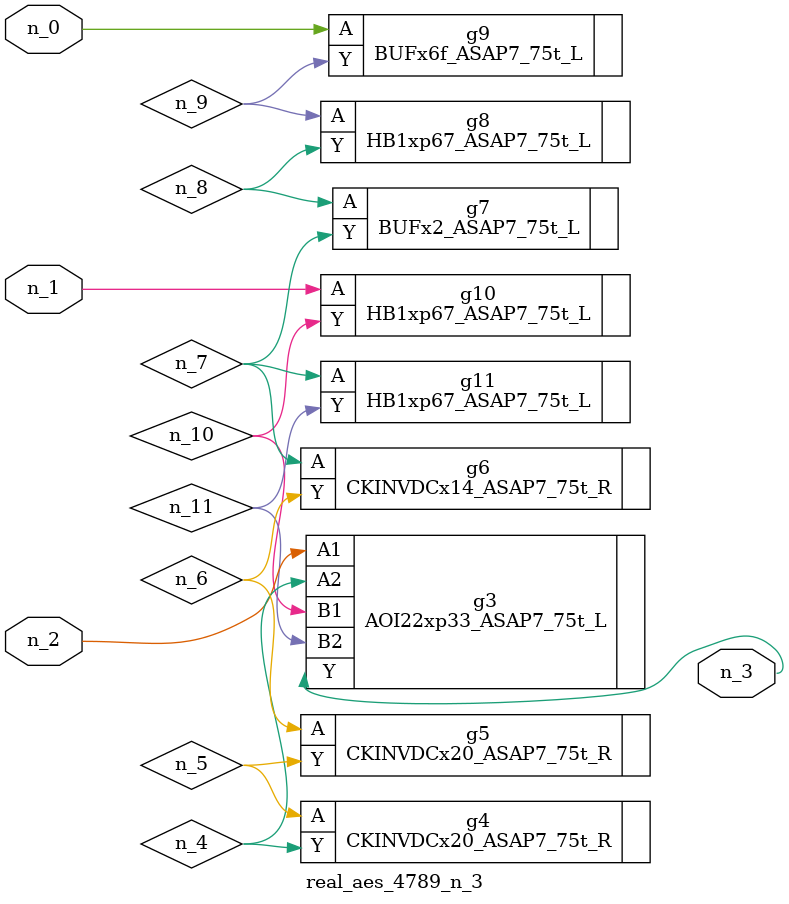
<source format=v>
module real_aes_4789_n_3 (n_0, n_2, n_1, n_3);
input n_0;
input n_2;
input n_1;
output n_3;
wire n_4;
wire n_5;
wire n_7;
wire n_8;
wire n_6;
wire n_9;
wire n_10;
wire n_11;
BUFx6f_ASAP7_75t_L g9 ( .A(n_0), .Y(n_9) );
HB1xp67_ASAP7_75t_L g10 ( .A(n_1), .Y(n_10) );
AOI22xp33_ASAP7_75t_L g3 ( .A1(n_2), .A2(n_4), .B1(n_10), .B2(n_11), .Y(n_3) );
CKINVDCx20_ASAP7_75t_R g4 ( .A(n_5), .Y(n_4) );
CKINVDCx20_ASAP7_75t_R g5 ( .A(n_6), .Y(n_5) );
CKINVDCx14_ASAP7_75t_R g6 ( .A(n_7), .Y(n_6) );
HB1xp67_ASAP7_75t_L g11 ( .A(n_7), .Y(n_11) );
BUFx2_ASAP7_75t_L g7 ( .A(n_8), .Y(n_7) );
HB1xp67_ASAP7_75t_L g8 ( .A(n_9), .Y(n_8) );
endmodule
</source>
